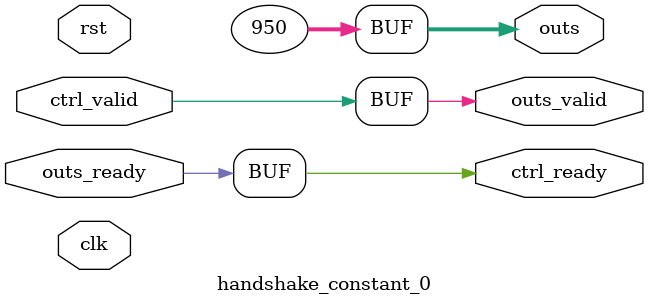
<source format=v>
`timescale 1ns / 1ps
module handshake_constant_0 #(
  parameter DATA_WIDTH = 32  // Default set to 32 bits
) (
  input                       clk,
  input                       rst,
  // Input Channel
  input                       ctrl_valid,
  output                      ctrl_ready,
  // Output Channel
  output [DATA_WIDTH - 1 : 0] outs,
  output                      outs_valid,
  input                       outs_ready
);
  assign outs       = 10'b1110110110;
  assign outs_valid = ctrl_valid;
  assign ctrl_ready = outs_ready;

endmodule

</source>
